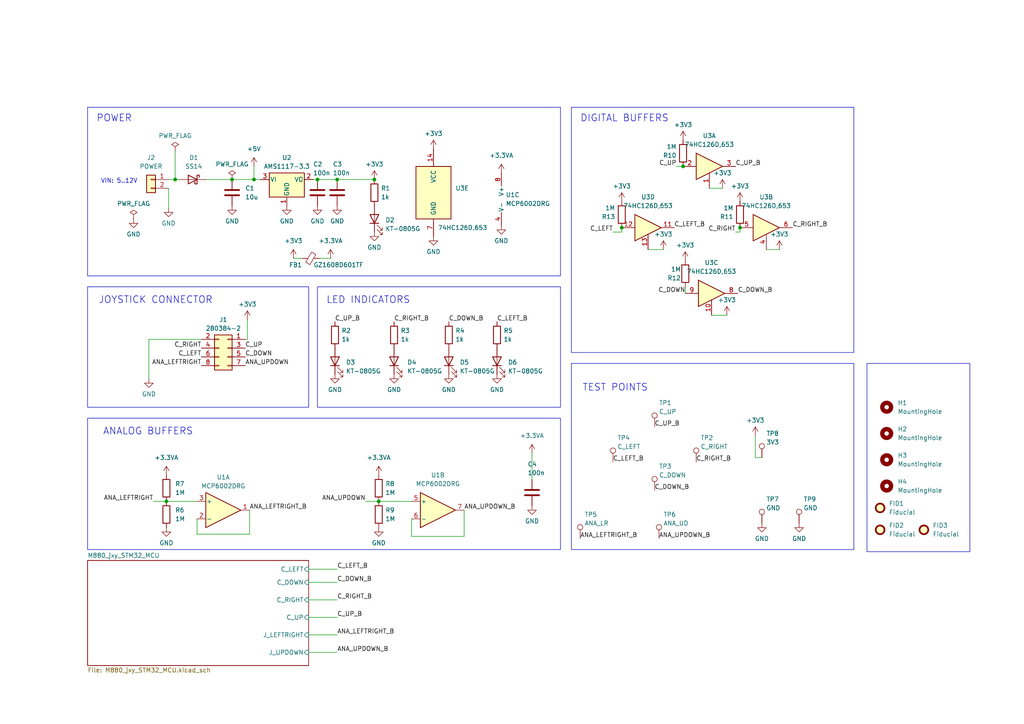
<source format=kicad_sch>
(kicad_sch (version 20230121) (generator eeschema)
  (paper "A4")
  (title_block (title "M880_JXY") (date "2023-11-29") (rev "01") (company "Radioautomatyka") (comment 1 "Tester joysticka IMET M880 ") (comment 2 "Wskazania wychyleń na led, bufory sygnałów analogowych") (comment 3 "Zasilanie stabilizowane 3,3V"))
  (lib_symbols
    (symbol "74xx:74LS126" (pin_names (offset 1.016))
      (property "Reference" "U" (at 0 1.27 0))
      (property "Value" "74LS126" (at 0 -1.27 0))
      (symbol "74LS126_1_0"
        (polyline (pts (xy -3.81 3.81) (xy -3.81 -3.81) (xy 3.81 0) (xy -3.81 3.81)) (stroke (width 0.254)) (fill (type background)))
        (pin input line (at 0 -6.35 90) (length 4.445) (name "~") (number "1"))
        (pin input line (at -7.62 0 0) (length 3.81) (name "~") (number "2"))
        (pin tri_state line (at 7.62 0 180) (length 3.81) (name "~") (number "3"))
      )
      (symbol "74LS126_2_0"
        (polyline (pts (xy -3.81 3.81) (xy -3.81 -3.81) (xy 3.81 0) (xy -3.81 3.81)) (stroke (width 0.254)) (fill (type background)))
        (pin input line (at 0 -6.35 90) (length 4.445) (name "~") (number "4"))
        (pin input line (at -7.62 0 0) (length 3.81) (name "~") (number "5"))
        (pin tri_state line (at 7.62 0 180) (length 3.81) (name "~") (number "6"))
      )
      (symbol "74LS126_3_0"
        (polyline (pts (xy -3.81 3.81) (xy -3.81 -3.81) (xy 3.81 0) (xy -3.81 3.81)) (stroke (width 0.254)) (fill (type background)))
        (pin input line (at 0 -6.35 90) (length 4.445) (name "~") (number "10"))
        (pin tri_state line (at 7.62 0 180) (length 3.81) (name "~") (number "8"))
        (pin input line (at -7.62 0 0) (length 3.81) (name "~") (number "9"))
      )
      (symbol "74LS126_4_0"
        (polyline (pts (xy -3.81 3.81) (xy -3.81 -3.81) (xy 3.81 0) (xy -3.81 3.81)) (stroke (width 0.254)) (fill (type background)))
        (pin tri_state line (at 7.62 0 180) (length 3.81) (name "~") (number "11"))
        (pin input line (at -7.62 0 0) (length 3.81) (name "~") (number "12"))
        (pin input line (at 0 -6.35 90) (length 4.445) (name "~") (number "13"))
      )
      (symbol "74LS126_5_0"
        (pin power_in line (at 0 12.7 270) (length 5.08) (name "VCC") (number "14"))
        (pin power_in line (at 0 -12.7 90) (length 5.08) (name "GND") (number "7"))
      )
      (symbol "74LS126_5_1"
        (rectangle (start -5.08 7.62) (end 5.08 -7.62) (stroke (width 0.254)) (fill (type background)))
      )
    )
    (symbol "Amplifier_Operational:MCP6002-xSN" (pin_names (offset 0.127))
      (property "Reference" "U" (at 0 5.08 0))
      (property "Value" "MCP6002-xSN" (at 0 -5.08 0))
      (symbol "MCP6002-xSN_1_1"
        (polyline (pts (xy -5.08 5.08) (xy 5.08 0) (xy -5.08 -5.08) (xy -5.08 5.08)) (stroke (width 0.254)) (fill (type background)))
        (pin output line (at 7.62 0 180) (length 2.54) (name "~") (number "1"))
        (pin input line (at -7.62 -2.54 0) (length 2.54) (name "-") (number "2"))
        (pin input line (at -7.62 2.54 0) (length 2.54) (name "+") (number "3"))
      )
      (symbol "MCP6002-xSN_2_1"
        (polyline (pts (xy -5.08 5.08) (xy 5.08 0) (xy -5.08 -5.08) (xy -5.08 5.08)) (stroke (width 0.254)) (fill (type background)))
        (pin input line (at -7.62 2.54 0) (length 2.54) (name "+") (number "5"))
        (pin input line (at -7.62 -2.54 0) (length 2.54) (name "-") (number "6"))
        (pin output line (at 7.62 0 180) (length 2.54) (name "~") (number "7"))
      )
      (symbol "MCP6002-xSN_3_1"
        (pin power_in line (at -2.54 -7.62 90) (length 3.81) (name "V-") (number "4"))
        (pin power_in line (at -2.54 7.62 270) (length 3.81) (name "V+") (number "8"))
      )
    )
    (symbol "Connector:TestPoint" (pin_numbers hide) (pin_names (offset 0.762) hide)
      (property "Reference" "TP" (at 0 6.858 0))
      (property "Value" "TestPoint" (at 0 5.08 0))
      (symbol "TestPoint_0_1"
        (circle (center 0 3.302) (radius 0.762))
      )
      (symbol "TestPoint_1_1"
        (pin passive line (at 0 0 90) (length 2.54) (name "1") (number "1"))
      )
    )
    (symbol "Connector_Generic:Conn_01x02" (pin_names (offset 1.016) hide)
      (property "Reference" "J" (at 0 2.54 0))
      (property "Value" "Conn_01x02" (at 0 -5.08 0))
      (symbol "Conn_01x02_1_1"
        (rectangle (start -1.27 -2.413) (end 0 -2.667) (stroke (width 0.1524)))
        (rectangle (start -1.27 0.127) (end 0 -0.127) (stroke (width 0.1524)))
        (rectangle (start -1.27 1.27) (end 1.27 -3.81) (stroke (width 0.254)) (fill (type background)))
        (pin passive line (at -5.08 0 0) (length 3.81) (name "Pin_1") (number "1"))
        (pin passive line (at -5.08 -2.54 0) (length 3.81) (name "Pin_2") (number "2"))
      )
    )
    (symbol "Connector_Generic:Conn_02x04_Odd_Even" (pin_names (offset 1.016) hide)
      (property "Reference" "J" (at 1.27 5.08 0))
      (property "Value" "Conn_02x04_Odd_Even" (at 1.27 -7.62 0))
      (symbol "Conn_02x04_Odd_Even_1_1"
        (rectangle (start -1.27 -4.953) (end 0 -5.207) (stroke (width 0.1524)))
        (rectangle (start -1.27 -2.413) (end 0 -2.667) (stroke (width 0.1524)))
        (rectangle (start -1.27 0.127) (end 0 -0.127) (stroke (width 0.1524)))
        (rectangle (start -1.27 2.667) (end 0 2.413) (stroke (width 0.1524)))
        (rectangle (start -1.27 3.81) (end 3.81 -6.35) (stroke (width 0.254)) (fill (type background)))
        (rectangle (start 3.81 -4.953) (end 2.54 -5.207) (stroke (width 0.1524)))
        (rectangle (start 3.81 -2.413) (end 2.54 -2.667) (stroke (width 0.1524)))
        (rectangle (start 3.81 0.127) (end 2.54 -0.127) (stroke (width 0.1524)))
        (rectangle (start 3.81 2.667) (end 2.54 2.413) (stroke (width 0.1524)))
        (pin passive line (at -5.08 2.54 0) (length 3.81) (name "Pin_1") (number "1"))
        (pin passive line (at 7.62 2.54 180) (length 3.81) (name "Pin_2") (number "2"))
        (pin passive line (at -5.08 0 0) (length 3.81) (name "Pin_3") (number "3"))
        (pin passive line (at 7.62 0 180) (length 3.81) (name "Pin_4") (number "4"))
        (pin passive line (at -5.08 -2.54 0) (length 3.81) (name "Pin_5") (number "5"))
        (pin passive line (at 7.62 -2.54 180) (length 3.81) (name "Pin_6") (number "6"))
        (pin passive line (at -5.08 -5.08 0) (length 3.81) (name "Pin_7") (number "7"))
        (pin passive line (at 7.62 -5.08 180) (length 3.81) (name "Pin_8") (number "8"))
      )
    )
    (symbol "Device:C" (pin_numbers hide) (pin_names (offset 0.254))
      (property "Reference" "C" (at 0.635 2.54 0))
      (property "Value" "C" (at 0.635 -2.54 0))
      (symbol "C_0_1"
        (polyline (pts (xy -2.032 -0.762) (xy 2.032 -0.762)) (stroke (width 0.508)))
        (polyline (pts (xy -2.032 0.762) (xy 2.032 0.762)) (stroke (width 0.508)))
      )
      (symbol "C_1_1"
        (pin passive line (at 0 3.81 270) (length 2.794) (name "~") (number "1"))
        (pin passive line (at 0 -3.81 90) (length 2.794) (name "~") (number "2"))
      )
    )
    (symbol "Device:D_Schottky" (pin_numbers hide) (pin_names (offset 1.016) hide)
      (property "Reference" "D" (at 0 2.54 0))
      (property "Value" "D_Schottky" (at 0 -2.54 0))
      (symbol "D_Schottky_0_1"
        (polyline (pts (xy 1.27 0) (xy -1.27 0)))
        (polyline (pts (xy 1.27 1.27) (xy 1.27 -1.27) (xy -1.27 0) (xy 1.27 1.27)) (stroke (width 0.254)))
        (polyline (pts (xy -1.905 0.635) (xy -1.905 1.27) (xy -1.27 1.27) (xy -1.27 -1.27) (xy -0.635 -1.27) (xy -0.635 -0.635)) (stroke (width 0.254)))
      )
      (symbol "D_Schottky_1_1"
        (pin passive line (at -3.81 0 0) (length 2.54) (name "K") (number "1"))
        (pin passive line (at 3.81 0 180) (length 2.54) (name "A") (number "2"))
      )
    )
    (symbol "Device:FerriteBead_Small" (pin_numbers hide) (pin_names (offset 0))
      (property "Reference" "FB" (at 1.905 1.27 0))
      (property "Value" "FerriteBead_Small" (at 1.905 -1.27 0))
      (symbol "FerriteBead_Small_0_1"
        (polyline (pts (xy 0 -1.27) (xy 0 -0.7874)))
        (polyline (pts (xy 0 0.889) (xy 0 1.2954)))
        (polyline (pts (xy -1.8288 0.2794) (xy -1.1176 1.4986) (xy 1.8288 -0.2032) (xy 1.1176 -1.4224) (xy -1.8288 0.2794)))
      )
      (symbol "FerriteBead_Small_1_1"
        (pin passive line (at 0 2.54 270) (length 1.27) (name "~") (number "1"))
        (pin passive line (at 0 -2.54 90) (length 1.27) (name "~") (number "2"))
      )
    )
    (symbol "Device:LED" (pin_numbers hide) (pin_names (offset 1.016) hide)
      (property "Reference" "D" (at 0 2.54 0))
      (property "Value" "LED" (at 0 -2.54 0))
      (symbol "LED_0_1"
        (polyline (pts (xy -1.27 -1.27) (xy -1.27 1.27)) (stroke (width 0.254)))
        (polyline (pts (xy -1.27 0) (xy 1.27 0)))
        (polyline (pts (xy 1.27 -1.27) (xy 1.27 1.27) (xy -1.27 0) (xy 1.27 -1.27)) (stroke (width 0.254)))
        (polyline (pts (xy -3.048 -0.762) (xy -4.572 -2.286) (xy -3.81 -2.286) (xy -4.572 -2.286) (xy -4.572 -1.524)))
        (polyline (pts (xy -1.778 -0.762) (xy -3.302 -2.286) (xy -2.54 -2.286) (xy -3.302 -2.286) (xy -3.302 -1.524)))
      )
      (symbol "LED_1_1"
        (pin passive line (at -3.81 0 0) (length 2.54) (name "K") (number "1"))
        (pin passive line (at 3.81 0 180) (length 2.54) (name "A") (number "2"))
      )
    )
    (symbol "Device:R" (pin_numbers hide) (pin_names (offset 0))
      (property "Reference" "R" (at 2.032 0 90))
      (property "Value" "R" (at 0 0 90))
      (symbol "R_0_1"
        (rectangle (start -1.016 -2.54) (end 1.016 2.54) (stroke (width 0.254)))
      )
      (symbol "R_1_1"
        (pin passive line (at 0 3.81 270) (length 1.27) (name "~") (number "1"))
        (pin passive line (at 0 -3.81 90) (length 1.27) (name "~") (number "2"))
      )
    )
    (symbol "Mechanical:Fiducial"
      (property "Reference" "FID" (at 0 5.08 0))
      (property "Value" "Fiducial" (at 0 3.175 0))
      (symbol "Fiducial_0_1"
        (circle (center 0 0) (radius 1.27) (stroke (width 0.508)) (fill (type background)))
      )
    )
    (symbol "Mechanical:MountingHole" (pin_names (offset 1.016))
      (property "Reference" "H" (at 0 5.08 0))
      (property "Value" "MountingHole" (at 0 3.175 0))
      (symbol "MountingHole_0_1"
        (circle (center 0 0) (radius 1.27) (stroke (width 1.27)))
      )
    )
    (symbol "Regulator_Linear:AZ1117-3.3" (pin_names (offset 0.254))
      (property "Reference" "U" (at -3.81 3.175 0))
      (property "Value" "AZ1117-3.3" (at 0 3.175 0))
      (symbol "AZ1117-3.3_0_1"
        (rectangle (start -5.08 1.905) (end 5.08 -5.08) (stroke (width 0.254)) (fill (type background)))
      )
      (symbol "AZ1117-3.3_1_1"
        (pin power_in line (at 0 -7.62 90) (length 2.54) (name "GND") (number "1"))
        (pin power_out line (at 7.62 0 180) (length 2.54) (name "VO") (number "2"))
        (pin power_in line (at -7.62 0 0) (length 2.54) (name "VI") (number "3"))
      )
    )
    (symbol "power:+3.3VA" (power) (pin_names (offset 0))
      (property "Value" "+3.3VA" (at 0 3.556 0))
      (symbol "+3.3VA_0_1"
        (polyline (pts (xy -0.762 1.27) (xy 0 2.54)))
        (polyline (pts (xy 0 0) (xy 0 2.54)))
        (polyline (pts (xy 0 2.54) (xy 0.762 1.27)))
      )
      (symbol "+3.3VA_1_1"
        (pin power_in line (at 0 0 90) (length 0) hide (name "+3.3VA") (number "1"))
      )
    )
    (symbol "power:+3V3" (power) (pin_names (offset 0))
      (property "Value" "+3V3" (at 0 3.556 0))
      (symbol "+3V3_0_1"
        (polyline (pts (xy -0.762 1.27) (xy 0 2.54)))
        (polyline (pts (xy 0 0) (xy 0 2.54)))
        (polyline (pts (xy 0 2.54) (xy 0.762 1.27)))
      )
      (symbol "+3V3_1_1"
        (pin power_in line (at 0 0 90) (length 0) hide (name "+3V3") (number "1"))
      )
    )
    (symbol "power:+5V" (power) (pin_names (offset 0))
      (property "Value" "+5V" (at 0 3.556 0))
      (symbol "+5V_0_1"
        (polyline (pts (xy -0.762 1.27) (xy 0 2.54)))
        (polyline (pts (xy 0 0) (xy 0 2.54)))
        (polyline (pts (xy 0 2.54) (xy 0.762 1.27)))
      )
      (symbol "+5V_1_1"
        (pin power_in line (at 0 0 90) (length 0) hide (name "+5V") (number "1"))
      )
    )
    (symbol "power:GND" (power) (pin_names (offset 0))
      (property "Value" "GND" (at 0 -3.81 0))
      (symbol "GND_0_1"
        (polyline (pts (xy 0 0) (xy 0 -1.27) (xy 1.27 -1.27) (xy 0 -2.54) (xy -1.27 -1.27) (xy 0 -1.27)))
      )
      (symbol "GND_1_1"
        (pin power_in line (at 0 0 270) (length 0) hide (name "GND") (number "1"))
      )
    )
    (symbol "power:PWR_FLAG" (power) (pin_numbers hide) (pin_names (offset 0) hide)
      (property "Value" "PWR_FLAG" (at 0 3.81 0))
      (symbol "PWR_FLAG_0_0"
        (pin power_out line (at 0 0 90) (length 0) (name "pwr") (number "1"))
      )
      (symbol "PWR_FLAG_0_1"
        (polyline (pts (xy 0 0) (xy 0 1.27) (xy -1.016 1.905) (xy 0 2.54) (xy 1.016 1.905) (xy 0 1.27)))
      )
    )
  )
  (junction (at 92.075 52.07))
  (junction (at 50.8 52.07))
  (junction (at 198.12 48.26))
  (junction (at 73.66 52.07))
  (junction (at 108.585 52.07))
  (junction (at 97.79 52.07))
  (junction (at 214.63 66.04))
  (junction (at 109.855 145.415))
  (junction (at 48.26 145.415))
  (junction (at 180.34 66.04))
  (junction (at 67.31 52.07))
  (wire (pts (xy 213.36 67.31) (xy 214.63 67.31)))
  (wire (pts (xy 154.305 131.445) (xy 154.305 139.065)))
  (wire (pts (xy 214.63 67.31) (xy 214.63 66.04)))
  (wire (pts (xy 97.79 52.07) (xy 108.585 52.07)))
  (wire (pts (xy 222.25 72.39) (xy 226.06 72.39)))
  (wire (pts (xy 90.805 52.07) (xy 92.075 52.07)))
  (wire (pts (xy 73.66 48.26) (xy 73.66 52.07)))
  (wire (pts (xy 44.45 145.415) (xy 48.26 145.415)))
  (wire (pts (xy 89.535 179.07) (xy 97.79 179.07)))
  (wire (pts (xy 85.09 74.93) (xy 87.63 74.93)))
  (wire (pts (xy 119.38 155.575) (xy 134.62 155.575)))
  (wire (pts (xy 72.39 154.94) (xy 72.39 147.955)))
  (wire (pts (xy 198.755 83.185) (xy 198.755 85.09)))
  (wire (pts (xy 106.045 145.415) (xy 109.855 145.415)))
  (wire (pts (xy 59.69 52.07) (xy 67.31 52.07)))
  (wire (pts (xy 48.26 145.415) (xy 57.15 145.415)))
  (wire (pts (xy 71.755 98.425) (xy 71.12 98.425)))
  (wire (pts (xy 180.34 67.31) (xy 180.34 66.04)))
  (wire (pts (xy 89.535 184.15) (xy 97.79 184.15)))
  (wire (pts (xy 43.18 98.425) (xy 58.42 98.425)))
  (wire (pts (xy 73.66 52.07) (xy 75.565 52.07)))
  (wire (pts (xy 89.535 168.91) (xy 97.79 168.91)))
  (wire (pts (xy 109.855 145.415) (xy 119.38 145.415)))
  (wire (pts (xy 50.8 52.07) (xy 52.07 52.07)))
  (wire (pts (xy 48.895 54.61) (xy 48.895 60.325)))
  (wire (pts (xy 95.885 74.93) (xy 92.71 74.93)))
  (wire (pts (xy 67.31 52.07) (xy 73.66 52.07)))
  (wire (pts (xy 177.8 67.31) (xy 180.34 67.31)))
  (wire (pts (xy 50.8 43.815) (xy 50.8 52.07)))
  (wire (pts (xy 89.535 165.1) (xy 97.79 165.1)))
  (wire (pts (xy 219.075 132.715) (xy 220.98 132.715)))
  (wire (pts (xy 206.375 91.44) (xy 210.82 91.44)))
  (wire (pts (xy 71.755 92.71) (xy 71.755 98.425)))
  (wire (pts (xy 48.895 52.07) (xy 50.8 52.07)))
  (wire (pts (xy 57.15 154.94) (xy 72.39 154.94)))
  (wire (pts (xy 205.74 54.61) (xy 209.55 54.61)))
  (wire (pts (xy 89.535 173.99) (xy 97.79 173.99)))
  (wire (pts (xy 57.15 150.495) (xy 57.15 154.94)))
  (wire (pts (xy 89.535 189.23) (xy 97.79 189.23)))
  (wire (pts (xy 134.62 147.955) (xy 134.62 155.575)))
  (wire (pts (xy 119.38 150.495) (xy 119.38 155.575)))
  (wire (pts (xy 92.075 52.07) (xy 97.79 52.07)))
  (wire (pts (xy 187.96 72.39) (xy 192.405 72.39)))
  (wire (pts (xy 43.18 109.855) (xy 43.18 98.425)))
  (wire (pts (xy 196.215 48.26) (xy 198.12 48.26)))
  (wire (pts (xy 219.075 126.365) (xy 219.075 132.715)))
  (rectangle (start 25.4 31.115) (end 162.56 80.01))
  (rectangle (start 165.735 31.115) (end 247.65 102.235))
  (rectangle (start 165.735 105.41) (end 247.65 159.385))
  (rectangle (start 92.075 83.185) (end 162.56 118.11))
  (rectangle (start 251.46 105.41) (end 281.305 160.02))
  (rectangle (start 25.4 121.285) (end 162.56 159.385))
  (rectangle (start 25.4 83.185) (end 89.535 118.11))
  (text "JOYSTICK CONNECTOR" (at 28.575 88.265 0) (effects (font (size 2 2)) (justify left bottom)))
  (text "POWER" (at 27.94 35.56 0) (effects (font (size 2 2)) (justify left bottom)))
  (text "ANALOG BUFFERS" (at 29.845 126.365 0) (effects (font (size 2 2)) (justify left bottom)))
  (text "LED INDICATORS" (at 94.615 88.265 0) (effects (font (size 2 2)) (justify left bottom)))
  (text "DIGITAL BUFFERS" (at 168.275 35.56 0) (effects (font (size 2 2)) (justify left bottom)))
  (text "VIN: 5..12V" (at 29.21 53.34 0) (effects (font (size 1.27 1.27)) (justify left bottom)))
  (text "TEST POINTS" (at 168.91 113.665 0) (effects (font (size 2 2)) (justify left bottom)))
  (label "C_UP" (at 196.215 48.26 180))
  (label "C_LEFT_B" (at 195.58 66.04 0))
  (label "C_DOWN_B" (at 213.995 85.09 0))
  (label "C_DOWN_B" (at 189.865 142.24 0))
  (label "C_RIGHT" (at 58.42 100.965 180))
  (label "C_LEFT_B" (at 177.8 133.985 0))
  (label "ANA_LEFTRIGHT_B" (at 168.275 156.21 0))
  (label "C_UP_B" (at 213.36 48.26 0))
  (label "ANA_LEFTRIGHT_B" (at 72.39 147.955 0))
  (label "C_DOWN_B" (at 97.79 168.91 0))
  (label "ANA_UPDOWN" (at 106.045 145.415 180))
  (label "C_RIGHT_B" (at 114.3 93.345 0))
  (label "ANA_UPDOWN_B" (at 97.79 189.23 0))
  (label "ANA_UPDOWN_B" (at 191.135 156.21 0))
  (label "ANA_LEFTRIGHT" (at 58.42 106.045 180))
  (label "C_LEFT_B" (at 144.145 93.345 0))
  (label "C_UP_B" (at 189.865 123.825 0))
  (label "C_DOWN" (at 198.755 85.09 180))
  (label "C_RIGHT_B" (at 229.87 66.04 0))
  (label "ANA_UPDOWN" (at 71.12 106.045 0))
  (label "ANA_UPDOWN_B" (at 134.62 147.955 0))
  (label "C_UP_B" (at 97.155 93.345 0))
  (label "ANA_LEFTRIGHT" (at 44.45 145.415 180))
  (label "C_RIGHT_B" (at 97.79 173.99 0))
  (label "C_RIGHT_B" (at 201.93 133.985 0))
  (label "C_LEFT" (at 177.8 67.31 180))
  (label "C_LEFT" (at 58.42 103.505 180))
  (label "C_LEFT_B" (at 97.79 165.1 0))
  (label "C_RIGHT" (at 213.36 67.31 180))
  (label "ANA_LEFTRIGHT_B" (at 97.79 184.15 0))
  (label "C_DOWN_B" (at 130.175 93.345 0))
  (label "C_UP_B" (at 97.79 179.07 0))
  (label "C_DOWN" (at 71.12 103.505 0))
  (label "C_UP" (at 71.12 100.965 0))
  (symbol (lib_id "Device:FerriteBead_Small") (at 90.17 74.93 90) (unit 1)
    (property "Reference" "FB1" (at 87.63 76.835 90) (effects (justify left)))
    (property "Value" "GZ1608D601TF" (at 105.41 76.835 90) (effects (justify left)))
    (property "Footprint" "Inductor_SMD:L_0603_1608Metric" (effects hide))
  )
  (symbol (lib_id "Device:C") (at 97.79 55.88 0) (unit 1)
    (property "Reference" "C3" (at 96.52 47.625 0) (effects (justify left)))
    (property "Value" "100n" (at 96.52 50.165 0) (effects (justify left)))
    (property "Footprint" "Capacitor_SMD:C_0603_1608Metric" (effects hide))
  )
  (symbol (lib_id "power:PWR_FLAG") (at 38.735 63.5 0) (unit 1)
    (property "Reference" "#FLG02" (effects hide))
    (property "Value" "PWR_FLAG" (at 38.735 59.055 0))
  )
  (symbol (lib_id "Device:R") (at 130.175 97.155 0) (unit 1)
    (property "Reference" "R4" (at 132.08 95.885 0) (effects (justify left)))
    (property "Value" "1k" (at 132.08 98.425 0) (effects (justify left)))
    (property "Footprint" "Resistor_SMD:R_0603_1608Metric" (effects hide))
  )
  (symbol (lib_id "power:GND") (at 48.895 60.325 0) (unit 1)
    (property "Reference" "#PWR08" (effects hide))
    (property "Value" "GND" (at 48.895 64.77 0))
  )
  (symbol (lib_id "Connector:TestPoint") (at 220.98 151.765 0) (unit 1) (in_bom no)
    (property "Reference" "TP7" (at 222.25 144.78 0) (effects (justify left)))
    (property "Value" "GND" (at 222.25 147.32 0) (effects (justify left)))
    (property "Footprint" "TestPoint:TestPoint_Bridge_Pitch2.0mm_Drill0.7mm" (effects hide))
  )
  (symbol (lib_id "Device:R") (at 108.585 55.88 0) (unit 1)
    (property "Reference" "R1" (at 110.49 54.61 0) (effects (justify left)))
    (property "Value" "1k" (at 110.49 57.15 0) (effects (justify left)))
    (property "Footprint" "Resistor_SMD:R_0603_1608Metric" (effects hide))
  )
  (symbol (lib_id "Regulator_Linear:AZ1117-3.3") (at 83.185 52.07 0) (unit 1)
    (property "Reference" "U2" (at 83.185 45.72 0))
    (property "Value" "AMS1117-3.3" (at 83.185 48.26 0))
    (property "Footprint" "Package_TO_SOT_SMD:SOT-89-3" (effects hide))
    (property "Datasheet" "https://www.diodes.com/assets/Datasheets/AZ1117.pdf" (effects hide))
  )
  (symbol (lib_id "Mechanical:Fiducial") (at 255.27 153.67 0) (unit 1)
    (property "Reference" "FID2" (at 257.81 152.4 0) (effects (justify left)))
    (property "Value" "Fiducial" (at 257.81 154.94 0) (effects (justify left)))
    (property "Footprint" "Fiducial:Fiducial_1.5mm_Mask3mm" (effects hide))
  )
  (symbol (lib_id "power:GND") (at 38.735 63.5 0) (unit 1)
    (property "Reference" "#PWR011" (effects hide))
    (property "Value" "GND" (at 38.735 67.945 0))
  )
  (symbol (lib_id "74xx:74LS126") (at 187.96 66.04 0) (unit 4)
    (property "Reference" "U3" (at 187.96 57.15 0))
    (property "Value" "74HC126D,653" (at 187.96 59.69 0))
    (property "Footprint" "Package_SO:SO-14_3.9x8.65mm_P1.27mm" (effects hide))
    (property "Datasheet" "http://www.ti.com/lit/gpn/sn74LS126" (effects hide))
  )
  (symbol (lib_id "Mechanical:Fiducial") (at 267.97 153.67 0) (unit 1)
    (property "Reference" "FID3" (at 270.51 152.4 0) (effects (justify left)))
    (property "Value" "Fiducial" (at 270.51 154.94 0) (effects (justify left)))
    (property "Footprint" "Fiducial:Fiducial_1.5mm_Mask3mm" (effects hide))
  )
  (symbol (lib_id "Device:R") (at 109.855 149.225 0) (unit 1)
    (property "Reference" "R9" (at 111.76 147.955 0) (effects (justify left)))
    (property "Value" "1M" (at 111.76 150.495 0) (effects (justify left)))
    (property "Footprint" "Resistor_SMD:R_0603_1608Metric" (effects hide))
  )
  (symbol (lib_id "Device:R") (at 109.855 141.605 0) (unit 1)
    (property "Reference" "R8" (at 111.76 140.335 0) (effects (justify left)))
    (property "Value" "1M" (at 111.76 142.875 0) (effects (justify left)))
    (property "Footprint" "Resistor_SMD:R_0603_1608Metric" (effects hide))
  )
  (symbol (lib_id "power:+3V3") (at 85.09 74.93 0) (unit 1)
    (property "Reference" "#PWR04" (effects hide))
    (property "Value" "+3V3" (at 85.09 69.85 0))
  )
  (symbol (lib_id "power:GND") (at 108.585 67.31 0) (unit 1)
    (property "Reference" "#PWR09" (effects hide))
    (property "Value" "GND" (at 108.585 71.755 0))
  )
  (symbol (lib_id "power:GND") (at 92.075 59.69 0) (unit 1)
    (property "Reference" "#PWR07" (effects hide))
    (property "Value" "GND" (at 92.075 64.135 0))
  )
  (symbol (lib_id "Mechanical:Fiducial") (at 255.27 147.32 0) (unit 1)
    (property "Reference" "FID1" (at 257.81 146.05 0) (effects (justify left)))
    (property "Value" "Fiducial" (at 257.81 148.59 0) (effects (justify left)))
    (property "Footprint" "Fiducial:Fiducial_1.5mm_Mask3mm" (effects hide))
  )
  (symbol (lib_id "power:+3V3") (at 71.755 92.71 0) (unit 1)
    (property "Reference" "#PWR01" (effects hide))
    (property "Value" "+3V3" (at 71.755 88.265 0))
  )
  (symbol (lib_id "Connector:TestPoint") (at 201.93 133.985 0) (unit 1) (in_bom no)
    (property "Reference" "TP2" (at 203.2 127 0) (effects (justify left)))
    (property "Value" "C_RIGHT" (at 203.2 129.54 0) (effects (justify left)))
    (property "Footprint" "TestPoint:TestPoint_Bridge_Pitch2.0mm_Drill0.7mm" (effects hide))
  )
  (symbol (lib_id "Connector_Generic:Conn_01x02") (at 43.815 52.07 0) (mirror y) (unit 1) (in_bom no)
    (property "Reference" "J2" (at 43.815 45.72 0))
    (property "Value" "POWER" (at 43.815 48.26 0))
    (property "Footprint" "Connector_PinSocket_2.54mm:PinSocket_1x02_P2.54mm_Vertical" (effects hide))
  )
  (symbol (lib_id "power:+3V3") (at 108.585 52.07 0) (unit 1)
    (property "Reference" "#PWR010" (effects hide))
    (property "Value" "+3V3" (at 108.585 47.625 0))
  )
  (symbol (lib_id "power:GND") (at 144.145 108.585 0) (unit 1)
    (property "Reference" "#PWR015" (effects hide))
    (property "Value" "GND" (at 144.145 113.03 0))
  )
  (symbol (lib_id "power:GND") (at 97.79 59.69 0) (unit 1)
    (property "Reference" "#PWR032" (effects hide))
    (property "Value" "GND" (at 97.79 64.135 0))
  )
  (symbol (lib_id "Device:C") (at 92.075 55.88 0) (unit 1)
    (property "Reference" "C2" (at 90.805 47.625 0) (effects (justify left)))
    (property "Value" "100n" (at 90.805 50.165 0) (effects (justify left)))
    (property "Footprint" "Capacitor_SMD:C_0603_1608Metric" (effects hide))
  )
  (symbol (lib_id "power:+3V3") (at 210.82 91.44 0) (unit 1)
    (property "Reference" "#PWR024" (effects hide))
    (property "Value" "+3V3" (at 210.82 86.995 0))
  )
  (symbol (lib_id "power:GND") (at 114.3 108.585 0) (unit 1)
    (property "Reference" "#PWR013" (effects hide))
    (property "Value" "GND" (at 114.3 113.03 0))
  )
  (symbol (lib_id "power:GND") (at 145.415 65.405 0) (unit 1)
    (property "Reference" "#PWR03" (effects hide))
    (property "Value" "GND" (at 145.415 69.85 0))
  )
  (symbol (lib_id "Connector_Generic:Conn_02x04_Odd_Even") (at 66.04 100.965 0) (mirror y) (unit 1) (in_bom no)
    (property "Reference" "J1" (at 64.77 92.71 0))
    (property "Value" "280384-2" (at 64.77 95.25 0))
    (property "Footprint" "Connector_PinSocket_2.54mm:PinSocket_2x04_P2.54mm_Vertical" (effects hide))
  )
  (symbol (lib_id "Device:LED") (at 130.175 104.775 90) (unit 1)
    (property "Reference" "D5" (at 133.35 105.0925 90) (effects (justify right)))
    (property "Value" "KT-0805G" (at 133.35 107.6325 90) (effects (justify right)))
    (property "Footprint" "LED_SMD:LED_0805_2012Metric" (effects hide))
  )
  (symbol (lib_id "power:+3V3") (at 180.34 58.42 0) (unit 1)
    (property "Reference" "#PWR028" (effects hide))
    (property "Value" "+3V3" (at 180.34 53.975 0))
  )
  (symbol (lib_id "Mechanical:MountingHole") (at 257.175 133.35 0) (unit 1) (in_bom no)
    (property "Reference" "H3" (at 260.35 132.08 0) (effects (justify left)))
    (property "Value" "MountingHole" (at 260.35 134.62 0) (effects (justify left)))
    (property "Footprint" "MountingHole:MountingHole_2.7mm_M2.5" (effects hide))
  )
  (symbol (lib_id "power:PWR_FLAG") (at 67.31 52.07 0) (unit 1)
    (property "Reference" "#FLG03" (effects hide))
    (property "Value" "PWR_FLAG" (at 67.31 47.625 0))
  )
  (symbol (lib_id "power:+3.3VA") (at 95.885 74.93 0) (unit 1)
    (property "Reference" "#PWR034" (effects hide))
    (property "Value" "+3.3VA" (at 95.885 69.85 0))
  )
  (symbol (lib_id "Device:R") (at 97.155 97.155 0) (unit 1)
    (property "Reference" "R2" (at 99.06 95.885 0) (effects (justify left)))
    (property "Value" "1k" (at 99.06 98.425 0) (effects (justify left)))
    (property "Footprint" "Resistor_SMD:R_0603_1608Metric" (effects hide))
  )
  (symbol (lib_id "Device:R") (at 198.755 79.375 180) (unit 1)
    (property "Reference" "R12" (at 197.485 80.645 0) (effects (justify left)))
    (property "Value" "1M" (at 197.485 78.105 0) (effects (justify left)))
    (property "Footprint" "Resistor_SMD:R_0603_1608Metric" (effects hide))
  )
  (symbol (lib_id "74xx:74LS126") (at 125.73 55.88 0) (unit 5)
    (property "Reference" "U3" (at 132.08 54.61 0) (effects (justify left)))
    (property "Value" "74HC126D,653" (at 127 66.04 0) (effects (justify left)))
    (property "Footprint" "Package_SO:SO-14_3.9x8.65mm_P1.27mm" (effects hide))
    (property "Datasheet" "http://www.ti.com/lit/gpn/sn74LS126" (effects hide))
  )
  (symbol (lib_id "Connector:TestPoint") (at 231.775 151.765 0) (unit 1) (in_bom no)
    (property "Reference" "TP9" (at 233.045 144.78 0) (effects (justify left)))
    (property "Value" "GND" (at 233.045 147.32 0) (effects (justify left)))
    (property "Footprint" "TestPoint:TestPoint_Bridge_Pitch2.0mm_Drill0.7mm" (effects hide))
  )
  (symbol (lib_id "power:+5V") (at 73.66 48.26 0) (mirror y) (unit 1)
    (property "Reference" "#PWR046" (effects hide))
    (property "Value" "+5V" (at 73.66 43.18 0))
  )
  (symbol (lib_id "Device:LED") (at 108.585 63.5 90) (unit 1)
    (property "Reference" "D2" (at 111.76 63.8175 90) (effects (justify right)))
    (property "Value" "KT-0805G" (at 111.76 66.3575 90) (effects (justify right)))
    (property "Footprint" "LED_SMD:LED_0805_2012Metric" (effects hide))
  )
  (symbol (lib_id "power:+3V3") (at 198.755 75.565 0) (unit 1)
    (property "Reference" "#PWR029" (effects hide))
    (property "Value" "+3V3" (at 198.755 71.12 0))
  )
  (symbol (lib_id "power:GND") (at 154.305 146.685 0) (unit 1)
    (property "Reference" "#PWR049" (effects hide))
    (property "Value" "GND" (at 154.305 151.13 0))
  )
  (symbol (lib_id "74xx:74LS126") (at 206.375 85.09 0) (unit 3)
    (property "Reference" "U3" (at 206.375 76.2 0))
    (property "Value" "74HC126D,653" (at 206.375 78.74 0))
    (property "Footprint" "Package_SO:SO-14_3.9x8.65mm_P1.27mm" (effects hide))
    (property "Datasheet" "http://www.ti.com/lit/gpn/sn74LS126" (effects hide))
  )
  (symbol (lib_id "power:+3V3") (at 214.63 58.42 0) (unit 1)
    (property "Reference" "#PWR031" (effects hide))
    (property "Value" "+3V3" (at 214.63 53.975 0))
  )
  (symbol (lib_id "power:GND") (at 130.175 108.585 0) (unit 1)
    (property "Reference" "#PWR014" (effects hide))
    (property "Value" "GND" (at 130.175 113.03 0))
  )
  (symbol (lib_id "Amplifier_Operational:MCP6002-xSN") (at 64.77 147.955 0) (unit 1)
    (property "Reference" "U1" (at 64.77 138.43 0))
    (property "Value" "MCP6002DRG" (at 64.77 140.97 0))
    (property "Footprint" "Package_SO:SOIC-8_3.9x4.9mm_P1.27mm" (effects hide))
    (property "Datasheet" "http://ww1.microchip.com/downloads/en/DeviceDoc/21733j.pdf" (effects hide))
  )
  (symbol (lib_id "Device:R") (at 214.63 62.23 180) (unit 1)
    (property "Reference" "R11" (at 212.725 62.865 0) (effects (justify left)))
    (property "Value" "1M" (at 212.725 60.325 0) (effects (justify left)))
    (property "Footprint" "Resistor_SMD:R_0603_1608Metric" (effects hide))
  )
  (symbol (lib_id "Connector:TestPoint") (at 177.8 133.985 0) (unit 1) (in_bom no)
    (property "Reference" "TP4" (at 179.07 127 0) (effects (justify left)))
    (property "Value" "C_LEFT" (at 179.07 129.54 0) (effects (justify left)))
    (property "Footprint" "TestPoint:TestPoint_Bridge_Pitch2.0mm_Drill0.7mm" (effects hide))
  )
  (symbol (lib_id "power:+3V3") (at 209.55 54.61 0) (unit 1)
    (property "Reference" "#PWR022" (effects hide))
    (property "Value" "+3V3" (at 209.55 50.165 0))
  )
  (symbol (lib_id "Device:C") (at 67.31 55.88 0) (unit 1)
    (property "Reference" "C1" (at 71.12 54.61 0) (effects (justify left)))
    (property "Value" "10u" (at 71.12 57.15 0) (effects (justify left)))
    (property "Footprint" "Capacitor_SMD:C_0805_2012Metric" (effects hide))
  )
  (symbol (lib_id "Device:LED") (at 97.155 104.775 90) (unit 1)
    (property "Reference" "D3" (at 100.33 105.0925 90) (effects (justify right)))
    (property "Value" "KT-0805G" (at 100.33 107.6325 90) (effects (justify right)))
    (property "Footprint" "LED_SMD:LED_0805_2012Metric" (effects hide))
  )
  (symbol (lib_id "Device:R") (at 180.34 62.23 180) (unit 1)
    (property "Reference" "R13" (at 178.435 62.865 0) (effects (justify left)))
    (property "Value" "1M" (at 178.435 60.325 0) (effects (justify left)))
    (property "Footprint" "Resistor_SMD:R_0603_1608Metric" (effects hide))
  )
  (symbol (lib_id "Mechanical:MountingHole") (at 257.175 125.73 0) (unit 1) (in_bom no)
    (property "Reference" "H2" (at 260.35 124.46 0) (effects (justify left)))
    (property "Value" "MountingHole" (at 260.35 127 0) (effects (justify left)))
    (property "Footprint" "MountingHole:MountingHole_2.7mm_M2.5" (effects hide))
  )
  (symbol (lib_id "Device:R") (at 48.26 141.605 0) (unit 1)
    (property "Reference" "R7" (at 50.8 140.335 0) (effects (justify left)))
    (property "Value" "1M" (at 50.8 142.875 0) (effects (justify left)))
    (property "Footprint" "Resistor_SMD:R_0603_1608Metric" (effects hide))
  )
  (symbol (lib_id "74xx:74LS126") (at 205.74 48.26 0) (unit 1)
    (property "Reference" "U3" (at 205.74 39.37 0))
    (property "Value" "74HC126D,653" (at 205.74 41.91 0))
    (property "Footprint" "Package_SO:SO-14_3.9x8.65mm_P1.27mm" (effects hide))
    (property "Datasheet" "http://www.ti.com/lit/gpn/sn74LS126" (effects hide))
  )
  (symbol (lib_id "Mechanical:MountingHole") (at 257.175 118.11 0) (unit 1) (in_bom no)
    (property "Reference" "H1" (at 260.35 116.84 0) (effects (justify left)))
    (property "Value" "MountingHole" (at 260.35 119.38 0) (effects (justify left)))
    (property "Footprint" "MountingHole:MountingHole_2.7mm_M2.5" (effects hide))
  )
  (symbol (lib_id "power:+3V3") (at 198.12 40.64 0) (unit 1)
    (property "Reference" "#PWR030" (effects hide))
    (property "Value" "+3V3" (at 198.12 36.195 0))
  )
  (symbol (lib_id "power:GND") (at 109.855 153.035 0) (unit 1)
    (property "Reference" "#PWR019" (effects hide))
    (property "Value" "GND" (at 109.855 157.48 0))
  )
  (symbol (lib_id "Device:R") (at 144.145 97.155 0) (unit 1)
    (property "Reference" "R5" (at 146.05 95.885 0) (effects (justify left)))
    (property "Value" "1k" (at 146.05 98.425 0) (effects (justify left)))
    (property "Footprint" "Resistor_SMD:R_0603_1608Metric" (effects hide))
  )
  (symbol (lib_id "power:GND") (at 43.18 109.855 0) (unit 1)
    (property "Reference" "#PWR02" (effects hide))
    (property "Value" "GND" (at 43.18 114.3 0))
  )
  (symbol (lib_id "power:GND") (at 67.31 59.69 0) (unit 1)
    (property "Reference" "#PWR05" (effects hide))
    (property "Value" "GND" (at 67.31 64.135 0))
  )
  (symbol (lib_id "Amplifier_Operational:MCP6002-xSN") (at 147.955 57.785 0) (unit 3)
    (property "Reference" "U1" (at 146.685 56.515 0) (effects (justify left)))
    (property "Value" "MCP6002DRG" (at 146.685 59.055 0) (effects (justify left)))
    (property "Footprint" "Package_SO:SOIC-8_3.9x4.9mm_P1.27mm" (effects hide))
    (property "Datasheet" "http://ww1.microchip.com/downloads/en/DeviceDoc/21733j.pdf" (effects hide))
  )
  (symbol (lib_id "Device:C") (at 154.305 142.875 0) (unit 1)
    (property "Reference" "C4" (at 153.035 134.62 0) (effects (justify left)))
    (property "Value" "100n" (at 153.035 137.16 0) (effects (justify left)))
    (property "Footprint" "Capacitor_SMD:C_0603_1608Metric" (effects hide))
  )
  (symbol (lib_id "power:GND") (at 97.155 108.585 0) (unit 1)
    (property "Reference" "#PWR012" (effects hide))
    (property "Value" "GND" (at 97.155 113.03 0))
  )
  (symbol (lib_id "Connector:TestPoint") (at 191.135 156.21 0) (unit 1) (in_bom no)
    (property "Reference" "TP6" (at 192.405 149.225 0) (effects (justify left)))
    (property "Value" "ANA_UD" (at 192.405 151.765 0) (effects (justify left)))
    (property "Footprint" "TestPoint:TestPoint_Bridge_Pitch2.0mm_Drill0.7mm" (effects hide))
  )
  (symbol (lib_id "power:PWR_FLAG") (at 50.8 43.815 0) (unit 1)
    (property "Reference" "#FLG01" (effects hide))
    (property "Value" "PWR_FLAG" (at 50.8 39.37 0))
  )
  (symbol (lib_id "power:+3.3VA") (at 145.415 50.165 0) (unit 1)
    (property "Reference" "#PWR035" (effects hide))
    (property "Value" "+3.3VA" (at 145.415 45.085 0))
  )
  (symbol (lib_id "power:+3V3") (at 125.73 43.18 0) (unit 1)
    (property "Reference" "#PWR021" (effects hide))
    (property "Value" "+3V3" (at 125.73 38.735 0))
  )
  (symbol (lib_id "Device:R") (at 198.12 44.45 180) (unit 1)
    (property "Reference" "R10" (at 196.215 45.085 0) (effects (justify left)))
    (property "Value" "1M" (at 196.215 42.545 0) (effects (justify left)))
    (property "Footprint" "Resistor_SMD:R_0603_1608Metric" (effects hide))
  )
  (symbol (lib_id "Device:LED") (at 114.3 104.775 90) (unit 1)
    (property "Reference" "D4" (at 118.11 105.0925 90) (effects (justify right)))
    (property "Value" "KT-0805G" (at 118.11 107.6325 90) (effects (justify right)))
    (property "Footprint" "LED_SMD:LED_0805_2012Metric" (effects hide))
  )
  (symbol (lib_id "Device:R") (at 48.26 149.225 0) (unit 1)
    (property "Reference" "R6" (at 50.8 147.955 0) (effects (justify left)))
    (property "Value" "1M" (at 50.8 150.495 0) (effects (justify left)))
    (property "Footprint" "Resistor_SMD:R_0603_1608Metric" (effects hide))
  )
  (symbol (lib_id "Connector:TestPoint") (at 168.275 156.21 0) (unit 1) (in_bom no)
    (property "Reference" "TP5" (at 169.545 149.225 0) (effects (justify left)))
    (property "Value" "ANA_LR" (at 169.545 151.765 0) (effects (justify left)))
    (property "Footprint" "TestPoint:TestPoint_Bridge_Pitch2.0mm_Drill0.7mm" (effects hide))
  )
  (symbol (lib_id "power:+3.3VA") (at 154.305 131.445 0) (unit 1)
    (property "Reference" "#PWR048" (effects hide))
    (property "Value" "+3.3VA" (at 154.305 126.365 0))
  )
  (symbol (lib_id "power:GND") (at 220.98 151.765 0) (unit 1)
    (property "Reference" "#PWR026" (effects hide))
    (property "Value" "GND" (at 220.98 156.21 0))
  )
  (symbol (lib_id "power:+3V3") (at 219.075 126.365 0) (unit 1)
    (property "Reference" "#PWR027" (effects hide))
    (property "Value" "+3V3" (at 219.075 121.92 0))
  )
  (symbol (lib_id "Connector:TestPoint") (at 189.865 142.24 0) (unit 1) (in_bom no)
    (property "Reference" "TP3" (at 191.135 135.255 0) (effects (justify left)))
    (property "Value" "C_DOWN" (at 191.135 137.795 0) (effects (justify left)))
    (property "Footprint" "TestPoint:TestPoint_Bridge_Pitch2.0mm_Drill0.7mm" (effects hide))
  )
  (symbol (lib_id "power:+3V3") (at 226.06 72.39 0) (unit 1)
    (property "Reference" "#PWR023" (effects hide))
    (property "Value" "+3V3" (at 226.06 67.945 0))
  )
  (symbol (lib_id "Connector:TestPoint") (at 220.98 132.715 0) (unit 1) (in_bom no)
    (property "Reference" "TP8" (at 222.25 125.73 0) (effects (justify left)))
    (property "Value" "3V3" (at 222.25 128.27 0) (effects (justify left)))
    (property "Footprint" "TestPoint:TestPoint_Bridge_Pitch2.0mm_Drill0.7mm" (effects hide))
  )
  (symbol (lib_id "power:+3V3") (at 192.405 72.39 0) (unit 1)
    (property "Reference" "#PWR025" (effects hide))
    (property "Value" "+3V3" (at 192.405 67.945 0))
  )
  (symbol (lib_id "Amplifier_Operational:MCP6002-xSN") (at 127 147.955 0) (unit 2)
    (property "Reference" "U1" (at 127 137.795 0))
    (property "Value" "MCP6002DRG" (at 127 140.335 0))
    (property "Footprint" "Package_SO:SOIC-8_3.9x4.9mm_P1.27mm" (effects hide))
    (property "Datasheet" "http://ww1.microchip.com/downloads/en/DeviceDoc/21733j.pdf" (effects hide))
  )
  (symbol (lib_id "power:GND") (at 48.26 153.035 0) (unit 1)
    (property "Reference" "#PWR016" (effects hide))
    (property "Value" "GND" (at 48.26 157.48 0))
  )
  (symbol (lib_id "Device:D_Schottky") (at 55.88 52.07 0) (mirror y) (unit 1)
    (property "Reference" "D1" (at 56.1975 45.72 0))
    (property "Value" "SS14" (at 56.1975 48.26 0))
    (property "Footprint" "Diode_SMD:D_SMA" (effects hide))
  )
  (symbol (lib_id "power:+3.3VA") (at 48.26 137.795 0) (unit 1)
    (property "Reference" "#PWR037" (effects hide))
    (property "Value" "+3.3VA" (at 48.26 132.715 0))
  )
  (symbol (lib_id "Mechanical:MountingHole") (at 257.175 140.97 0) (unit 1) (in_bom no)
    (property "Reference" "H4" (at 260.35 139.7 0) (effects (justify left)))
    (property "Value" "MountingHole" (at 260.35 142.24 0) (effects (justify left)))
    (property "Footprint" "MountingHole:MountingHole_2.7mm_M2.5" (effects hide))
  )
  (symbol (lib_id "power:+3.3VA") (at 109.855 137.795 0) (unit 1)
    (property "Reference" "#PWR036" (effects hide))
    (property "Value" "+3.3VA" (at 109.855 132.715 0))
  )
  (symbol (lib_id "74xx:74LS126") (at 222.25 66.04 0) (unit 2)
    (property "Reference" "U3" (at 222.25 57.15 0))
    (property "Value" "74HC126D,653" (at 222.25 59.69 0))
    (property "Footprint" "Package_SO:SO-14_3.9x8.65mm_P1.27mm" (effects hide))
    (property "Datasheet" "http://www.ti.com/lit/gpn/sn74LS126" (effects hide))
  )
  (symbol (lib_id "power:GND") (at 83.185 59.69 0) (unit 1)
    (property "Reference" "#PWR06" (effects hide))
    (property "Value" "GND" (at 83.185 64.135 0))
  )
  (symbol (lib_id "power:GND") (at 125.73 68.58 0) (unit 1)
    (property "Reference" "#PWR020" (effects hide))
    (property "Value" "GND" (at 125.73 73.025 0))
  )
  (symbol (lib_id "Device:LED") (at 144.145 104.775 90) (unit 1)
    (property "Reference" "D6" (at 147.32 105.0925 90) (effects (justify right)))
    (property "Value" "KT-0805G" (at 147.32 107.6325 90) (effects (justify right)))
    (property "Footprint" "LED_SMD:LED_0805_2012Metric" (effects hide))
  )
  (symbol (lib_id "Device:R") (at 114.3 97.155 0) (unit 1)
    (property "Reference" "R3" (at 116.205 95.885 0) (effects (justify left)))
    (property "Value" "1k" (at 116.205 98.425 0) (effects (justify left)))
    (property "Footprint" "Resistor_SMD:R_0603_1608Metric" (effects hide))
  )
  (symbol (lib_id "Connector:TestPoint") (at 189.865 123.825 0) (unit 1) (in_bom no)
    (property "Reference" "TP1" (at 191.135 116.84 0) (effects (justify left)))
    (property "Value" "C_UP" (at 191.135 119.38 0) (effects (justify left)))
    (property "Footprint" "TestPoint:TestPoint_Bridge_Pitch2.0mm_Drill0.7mm" (effects hide))
  )
  (symbol (lib_id "power:GND") (at 231.775 151.765 0) (unit 1)
    (property "Reference" "#PWR033" (effects hide))
    (property "Value" "GND" (at 231.775 156.21 0))
  )
  (sheet (at 25.4 162.56) (size 64.135 30.48) (stroke (width 0.1524))
    (property "Sheetname" "M880_jxy_STM32_MCU" (at 25.4 161.8484 0) (effects (justify left bottom)))
    (property "Sheetfile" "M880_jxy_STM32_MCU.kicad_sch" (at 25.4 193.6246 0) (effects (justify left top)))
    (pin "J_LEFTRIGHT" input (at 89.535 184.15 0))
    (pin "J_UPDOWN" input (at 89.535 189.23 0))
    (pin "C_LEFT" input (at 89.535 165.1 0))
    (pin "C_DOWN" input (at 89.535 168.91 0))
    (pin "C_RIGHT" input (at 89.535 173.99 0))
    (pin "C_UP" input (at 89.535 179.07 0))
  )
)
</source>
